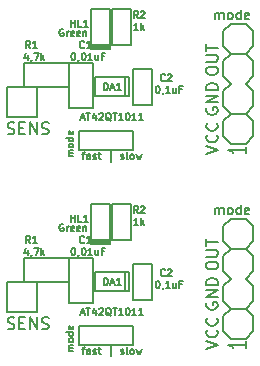
<source format=gto>
%FSLAX45Y45*%
G04 Gerber Fmt 4.5, Leading zero omitted, Abs format (unit mm)*
G04 Created by KiCad (PCBNEW (2014-07-12 BZR 4289 GOST-COMMITTERS)-product) date 15.03.2017 23:16:08*
%MOMM*%
G01*
G04 APERTURE LIST*
%ADD10C,0.150000*%
%ADD11C,0.149860*%
G04 APERTURE END LIST*
D10*
X10618943Y-9657114D02*
X10578943Y-9657114D01*
X10584657Y-9657114D02*
X10581800Y-9654257D01*
X10578943Y-9648543D01*
X10578943Y-9639971D01*
X10581800Y-9634257D01*
X10587514Y-9631400D01*
X10618943Y-9631400D01*
X10587514Y-9631400D02*
X10581800Y-9628543D01*
X10578943Y-9622829D01*
X10578943Y-9614257D01*
X10581800Y-9608543D01*
X10587514Y-9605686D01*
X10618943Y-9605686D01*
X10618943Y-9568543D02*
X10616086Y-9574257D01*
X10613229Y-9577114D01*
X10607514Y-9579971D01*
X10590371Y-9579971D01*
X10584657Y-9577114D01*
X10581800Y-9574257D01*
X10578943Y-9568543D01*
X10578943Y-9559971D01*
X10581800Y-9554257D01*
X10584657Y-9551400D01*
X10590371Y-9548543D01*
X10607514Y-9548543D01*
X10613229Y-9551400D01*
X10616086Y-9554257D01*
X10618943Y-9559971D01*
X10618943Y-9568543D01*
X10618943Y-9497114D02*
X10558943Y-9497114D01*
X10616086Y-9497114D02*
X10618943Y-9502829D01*
X10618943Y-9514257D01*
X10616086Y-9519971D01*
X10613229Y-9522829D01*
X10607514Y-9525686D01*
X10590371Y-9525686D01*
X10584657Y-9522829D01*
X10581800Y-9519971D01*
X10578943Y-9514257D01*
X10578943Y-9502829D01*
X10581800Y-9497114D01*
X10616086Y-9445686D02*
X10618943Y-9451400D01*
X10618943Y-9462829D01*
X10616086Y-9468543D01*
X10610371Y-9471400D01*
X10587514Y-9471400D01*
X10581800Y-9468543D01*
X10578943Y-9462829D01*
X10578943Y-9451400D01*
X10581800Y-9445686D01*
X10587514Y-9442829D01*
X10593229Y-9442829D01*
X10598943Y-9471400D01*
X10618943Y-11307114D02*
X10578943Y-11307114D01*
X10584657Y-11307114D02*
X10581800Y-11304257D01*
X10578943Y-11298543D01*
X10578943Y-11289971D01*
X10581800Y-11284257D01*
X10587514Y-11281400D01*
X10618943Y-11281400D01*
X10587514Y-11281400D02*
X10581800Y-11278543D01*
X10578943Y-11272829D01*
X10578943Y-11264257D01*
X10581800Y-11258543D01*
X10587514Y-11255686D01*
X10618943Y-11255686D01*
X10618943Y-11218543D02*
X10616086Y-11224257D01*
X10613229Y-11227114D01*
X10607514Y-11229971D01*
X10590371Y-11229971D01*
X10584657Y-11227114D01*
X10581800Y-11224257D01*
X10578943Y-11218543D01*
X10578943Y-11209971D01*
X10581800Y-11204257D01*
X10584657Y-11201400D01*
X10590371Y-11198543D01*
X10607514Y-11198543D01*
X10613229Y-11201400D01*
X10616086Y-11204257D01*
X10618943Y-11209971D01*
X10618943Y-11218543D01*
X10618943Y-11147114D02*
X10558943Y-11147114D01*
X10616086Y-11147114D02*
X10618943Y-11152829D01*
X10618943Y-11164257D01*
X10616086Y-11169971D01*
X10613229Y-11172829D01*
X10607514Y-11175686D01*
X10590371Y-11175686D01*
X10584657Y-11172829D01*
X10581800Y-11169971D01*
X10578943Y-11164257D01*
X10578943Y-11152829D01*
X10581800Y-11147114D01*
X10616086Y-11095686D02*
X10618943Y-11101400D01*
X10618943Y-11112829D01*
X10616086Y-11118543D01*
X10610371Y-11121400D01*
X10587514Y-11121400D01*
X10581800Y-11118543D01*
X10578943Y-11112829D01*
X10578943Y-11101400D01*
X10581800Y-11095686D01*
X10587514Y-11092829D01*
X10593229Y-11092829D01*
X10598943Y-11121400D01*
X11887200Y-8725900D02*
X11950700Y-8789400D01*
X11950700Y-8535400D02*
X11887200Y-8598900D01*
X12141200Y-8598900D02*
X12077700Y-8535400D01*
X12141200Y-8725900D02*
X12077700Y-8789400D01*
X12077700Y-8789400D02*
X11950700Y-8789400D01*
X12077700Y-8535400D02*
X11950700Y-8535400D01*
X12141200Y-8598900D02*
X12141200Y-8725900D01*
X11887200Y-8598900D02*
X11887200Y-8725900D01*
X11023600Y-8710800D02*
X10943600Y-8710800D01*
X10943600Y-8710800D02*
X10943600Y-8410800D01*
X10943600Y-8410800D02*
X11103600Y-8410800D01*
X11103600Y-8410800D02*
X11103600Y-8710800D01*
X11103600Y-8710800D02*
X11023600Y-8710800D01*
X10201800Y-8967200D02*
X10201800Y-8867200D01*
X10201800Y-8867200D02*
X10581800Y-8867200D01*
X10581800Y-8867200D02*
X10581800Y-9067200D01*
X10581800Y-9067200D02*
X10201800Y-9067200D01*
X10201800Y-9067200D02*
X10201800Y-8947200D01*
X10925800Y-8730800D02*
X10925800Y-8750800D01*
X10925800Y-8750800D02*
X10765800Y-8750800D01*
X10765800Y-8750800D02*
X10765800Y-8730800D01*
X10925800Y-8710800D02*
X10925800Y-8725800D01*
X10925800Y-8725800D02*
X10765800Y-8725800D01*
X10765800Y-8725800D02*
X10765800Y-8710800D01*
X10765800Y-8710800D02*
X10765800Y-8735800D01*
X10765800Y-8735800D02*
X10925800Y-8735800D01*
X10925800Y-8735800D02*
X10925800Y-8725800D01*
X10845800Y-8410800D02*
X10925800Y-8410800D01*
X10925800Y-8410800D02*
X10925800Y-8710800D01*
X10925800Y-8710800D02*
X10765800Y-8710800D01*
X10765800Y-8710800D02*
X10765800Y-8410800D01*
X10765800Y-8410800D02*
X10855800Y-8410800D01*
X10666600Y-9526000D02*
X10666600Y-9446000D01*
X10666600Y-9446000D02*
X11126600Y-9446000D01*
X11126600Y-9446000D02*
X11126600Y-9606000D01*
X11126600Y-9606000D02*
X10666600Y-9606000D01*
X10666600Y-9606000D02*
X10666600Y-9526000D01*
X10312400Y-9322800D02*
X10058400Y-9322800D01*
X10058400Y-9068800D02*
X10312400Y-9068800D01*
X10312400Y-9068800D02*
X10312400Y-9322800D01*
X10058400Y-9322800D02*
X10058400Y-9068800D01*
X11057400Y-8988800D02*
X11057400Y-9148800D01*
D11*
X11092434Y-8988790D02*
X11092434Y-9148810D01*
X11092434Y-9148810D02*
X10802366Y-9148810D01*
X10802366Y-9148810D02*
X10802366Y-8988790D01*
X10802366Y-8988790D02*
X11092434Y-8988790D01*
D10*
X11201400Y-9218800D02*
X11121400Y-9218800D01*
X11121400Y-9218800D02*
X11121400Y-8918800D01*
X11121400Y-8918800D02*
X11281400Y-8918800D01*
X11281400Y-8918800D02*
X11281400Y-9218800D01*
X11281400Y-9218800D02*
X11201400Y-9218800D01*
X10785600Y-8865600D02*
X10785600Y-9245600D01*
X10785600Y-9245600D02*
X10585600Y-9245600D01*
X10585600Y-9245600D02*
X10585600Y-8865600D01*
X10585600Y-8865600D02*
X10785600Y-8865600D01*
X12141200Y-8979900D02*
X12077700Y-9043400D01*
X11950700Y-8789400D02*
X11887200Y-8852900D01*
X11887200Y-8979900D02*
X11950700Y-9043400D01*
X12141200Y-8852900D02*
X12141200Y-8979900D01*
X11887200Y-8852900D02*
X11887200Y-8979900D01*
X11950700Y-8789400D02*
X12077700Y-8789400D01*
X12077700Y-8789400D02*
X12141200Y-8852900D01*
X12077700Y-9043400D02*
X12141200Y-9106900D01*
X11887200Y-9106900D02*
X11887200Y-9233900D01*
X12141200Y-9106900D02*
X12141200Y-9233900D01*
X11887200Y-9233900D02*
X11950700Y-9297400D01*
X11950700Y-9043400D02*
X11887200Y-9106900D01*
X12141200Y-9233900D02*
X12077700Y-9297400D01*
X12141200Y-9487900D02*
X12077700Y-9551400D01*
X11950700Y-9297400D02*
X11887200Y-9360900D01*
X11887200Y-9487900D02*
X11950700Y-9551400D01*
X12077700Y-9551400D02*
X11950700Y-9551400D01*
X12141200Y-9360900D02*
X12141200Y-9487900D01*
X11887200Y-9360900D02*
X11887200Y-9487900D01*
X11950700Y-9297400D02*
X12077700Y-9297400D01*
X12077700Y-9297400D02*
X12141200Y-9360900D01*
X12141200Y-10629900D02*
X12077700Y-10693400D01*
X11950700Y-10439400D02*
X11887200Y-10502900D01*
X11887200Y-10629900D02*
X11950700Y-10693400D01*
X12141200Y-10502900D02*
X12141200Y-10629900D01*
X11887200Y-10502900D02*
X11887200Y-10629900D01*
X11950700Y-10439400D02*
X12077700Y-10439400D01*
X12077700Y-10439400D02*
X12141200Y-10502900D01*
X12077700Y-10693400D02*
X12141200Y-10756900D01*
X11887200Y-10756900D02*
X11887200Y-10883900D01*
X12141200Y-10756900D02*
X12141200Y-10883900D01*
X11887200Y-10883900D02*
X11950700Y-10947400D01*
X11950700Y-10693400D02*
X11887200Y-10756900D01*
X12141200Y-10883900D02*
X12077700Y-10947400D01*
X12141200Y-11137900D02*
X12077700Y-11201400D01*
X11950700Y-10947400D02*
X11887200Y-11010900D01*
X11887200Y-11137900D02*
X11950700Y-11201400D01*
X12077700Y-11201400D02*
X11950700Y-11201400D01*
X12141200Y-11010900D02*
X12141200Y-11137900D01*
X11887200Y-11010900D02*
X11887200Y-11137900D01*
X11950700Y-10947400D02*
X12077700Y-10947400D01*
X12077700Y-10947400D02*
X12141200Y-11010900D01*
X10785600Y-10515600D02*
X10785600Y-10895600D01*
X10785600Y-10895600D02*
X10585600Y-10895600D01*
X10585600Y-10895600D02*
X10585600Y-10515600D01*
X10585600Y-10515600D02*
X10785600Y-10515600D01*
X11201400Y-10868800D02*
X11121400Y-10868800D01*
X11121400Y-10868800D02*
X11121400Y-10568800D01*
X11121400Y-10568800D02*
X11281400Y-10568800D01*
X11281400Y-10568800D02*
X11281400Y-10868800D01*
X11281400Y-10868800D02*
X11201400Y-10868800D01*
X11057400Y-10638800D02*
X11057400Y-10798800D01*
D11*
X11092434Y-10638790D02*
X11092434Y-10798810D01*
X11092434Y-10798810D02*
X10802366Y-10798810D01*
X10802366Y-10798810D02*
X10802366Y-10638790D01*
X10802366Y-10638790D02*
X11092434Y-10638790D01*
D10*
X10312400Y-10972800D02*
X10058400Y-10972800D01*
X10058400Y-10718800D02*
X10312400Y-10718800D01*
X10312400Y-10718800D02*
X10312400Y-10972800D01*
X10058400Y-10972800D02*
X10058400Y-10718800D01*
X10666600Y-11176000D02*
X10666600Y-11096000D01*
X10666600Y-11096000D02*
X11126600Y-11096000D01*
X11126600Y-11096000D02*
X11126600Y-11256000D01*
X11126600Y-11256000D02*
X10666600Y-11256000D01*
X10666600Y-11256000D02*
X10666600Y-11176000D01*
X10925800Y-10380800D02*
X10925800Y-10400800D01*
X10925800Y-10400800D02*
X10765800Y-10400800D01*
X10765800Y-10400800D02*
X10765800Y-10380800D01*
X10925800Y-10360800D02*
X10925800Y-10375800D01*
X10925800Y-10375800D02*
X10765800Y-10375800D01*
X10765800Y-10375800D02*
X10765800Y-10360800D01*
X10765800Y-10360800D02*
X10765800Y-10385800D01*
X10765800Y-10385800D02*
X10925800Y-10385800D01*
X10925800Y-10385800D02*
X10925800Y-10375800D01*
X10845800Y-10060800D02*
X10925800Y-10060800D01*
X10925800Y-10060800D02*
X10925800Y-10360800D01*
X10925800Y-10360800D02*
X10765800Y-10360800D01*
X10765800Y-10360800D02*
X10765800Y-10060800D01*
X10765800Y-10060800D02*
X10855800Y-10060800D01*
X10201800Y-10617200D02*
X10201800Y-10517200D01*
X10201800Y-10517200D02*
X10581800Y-10517200D01*
X10581800Y-10517200D02*
X10581800Y-10717200D01*
X10581800Y-10717200D02*
X10201800Y-10717200D01*
X10201800Y-10717200D02*
X10201800Y-10597200D01*
X11023600Y-10360800D02*
X10943600Y-10360800D01*
X10943600Y-10360800D02*
X10943600Y-10060800D01*
X10943600Y-10060800D02*
X11103600Y-10060800D01*
X11103600Y-10060800D02*
X11103600Y-10360800D01*
X11103600Y-10360800D02*
X11023600Y-10360800D01*
X11887200Y-10375900D02*
X11950700Y-10439400D01*
X11950700Y-10185400D02*
X11887200Y-10248900D01*
X12141200Y-10248900D02*
X12077700Y-10185400D01*
X12141200Y-10375900D02*
X12077700Y-10439400D01*
X12077700Y-10439400D02*
X11950700Y-10439400D01*
X12077700Y-10185400D02*
X11950700Y-10185400D01*
X12141200Y-10248900D02*
X12141200Y-10375900D01*
X11887200Y-10248900D02*
X11887200Y-10375900D01*
X11822448Y-8495391D02*
X11822448Y-8442057D01*
X11822448Y-8449676D02*
X11826257Y-8445867D01*
X11833876Y-8442057D01*
X11845305Y-8442057D01*
X11852924Y-8445867D01*
X11856733Y-8453486D01*
X11856733Y-8495391D01*
X11856733Y-8453486D02*
X11860543Y-8445867D01*
X11868162Y-8442057D01*
X11879590Y-8442057D01*
X11887209Y-8445867D01*
X11891019Y-8453486D01*
X11891019Y-8495391D01*
X11940543Y-8495391D02*
X11932924Y-8491581D01*
X11929114Y-8487771D01*
X11925305Y-8480152D01*
X11925305Y-8457295D01*
X11929114Y-8449676D01*
X11932924Y-8445867D01*
X11940543Y-8442057D01*
X11951971Y-8442057D01*
X11959590Y-8445867D01*
X11963400Y-8449676D01*
X11967210Y-8457295D01*
X11967210Y-8480152D01*
X11963400Y-8487771D01*
X11959590Y-8491581D01*
X11951971Y-8495391D01*
X11940543Y-8495391D01*
X12035781Y-8495391D02*
X12035781Y-8415391D01*
X12035781Y-8491581D02*
X12028162Y-8495391D01*
X12012924Y-8495391D01*
X12005305Y-8491581D01*
X12001495Y-8487771D01*
X11997686Y-8480152D01*
X11997686Y-8457295D01*
X12001495Y-8449676D01*
X12005305Y-8445867D01*
X12012924Y-8442057D01*
X12028162Y-8442057D01*
X12035781Y-8445867D01*
X12104352Y-8491581D02*
X12096733Y-8495391D01*
X12081495Y-8495391D01*
X12073876Y-8491581D01*
X12070067Y-8483962D01*
X12070067Y-8453486D01*
X12073876Y-8445867D01*
X12081495Y-8442057D01*
X12096733Y-8442057D01*
X12104352Y-8445867D01*
X12108162Y-8453486D01*
X12108162Y-8461105D01*
X12070067Y-8468724D01*
X11166000Y-8486343D02*
X11146000Y-8457771D01*
X11131714Y-8486343D02*
X11131714Y-8426343D01*
X11154572Y-8426343D01*
X11160286Y-8429200D01*
X11163143Y-8432057D01*
X11166000Y-8437771D01*
X11166000Y-8446343D01*
X11163143Y-8452057D01*
X11160286Y-8454914D01*
X11154572Y-8457771D01*
X11131714Y-8457771D01*
X11188857Y-8432057D02*
X11191714Y-8429200D01*
X11197429Y-8426343D01*
X11211714Y-8426343D01*
X11217429Y-8429200D01*
X11220286Y-8432057D01*
X11223143Y-8437771D01*
X11223143Y-8443486D01*
X11220286Y-8452057D01*
X11186000Y-8486343D01*
X11223143Y-8486343D01*
X11168857Y-8587943D02*
X11134572Y-8587943D01*
X11151714Y-8587943D02*
X11151714Y-8527943D01*
X11146000Y-8536514D01*
X11140286Y-8542229D01*
X11134572Y-8545086D01*
X11194571Y-8587943D02*
X11194571Y-8527943D01*
X11200286Y-8565086D02*
X11217429Y-8587943D01*
X11217429Y-8547943D02*
X11194571Y-8570800D01*
X10251590Y-8740343D02*
X10231590Y-8711771D01*
X10217304Y-8740343D02*
X10217304Y-8680343D01*
X10240162Y-8680343D01*
X10245876Y-8683200D01*
X10248733Y-8686057D01*
X10251590Y-8691771D01*
X10251590Y-8700343D01*
X10248733Y-8706057D01*
X10245876Y-8708914D01*
X10240162Y-8711771D01*
X10217304Y-8711771D01*
X10308733Y-8740343D02*
X10274447Y-8740343D01*
X10291590Y-8740343D02*
X10291590Y-8680343D01*
X10285876Y-8688914D01*
X10280162Y-8694629D01*
X10274447Y-8697486D01*
X10231276Y-8801943D02*
X10231276Y-8841943D01*
X10216990Y-8779086D02*
X10202704Y-8821943D01*
X10239847Y-8821943D01*
X10265562Y-8839086D02*
X10265562Y-8841943D01*
X10262704Y-8847657D01*
X10259847Y-8850514D01*
X10285561Y-8781943D02*
X10325561Y-8781943D01*
X10299847Y-8841943D01*
X10348419Y-8841943D02*
X10348419Y-8781943D01*
X10354133Y-8819086D02*
X10371276Y-8841943D01*
X10371276Y-8801943D02*
X10348419Y-8824800D01*
X10598000Y-8562543D02*
X10598000Y-8502543D01*
X10598000Y-8531114D02*
X10632286Y-8531114D01*
X10632286Y-8562543D02*
X10632286Y-8502543D01*
X10689429Y-8562543D02*
X10660857Y-8562543D01*
X10660857Y-8502543D01*
X10740857Y-8562543D02*
X10706571Y-8562543D01*
X10723714Y-8562543D02*
X10723714Y-8502543D01*
X10718000Y-8511114D01*
X10712286Y-8516829D01*
X10706571Y-8519686D01*
X10535771Y-8581600D02*
X10530057Y-8578743D01*
X10521486Y-8578743D01*
X10512914Y-8581600D01*
X10507200Y-8587314D01*
X10504343Y-8593029D01*
X10501486Y-8604457D01*
X10501486Y-8613029D01*
X10504343Y-8624457D01*
X10507200Y-8630171D01*
X10512914Y-8635886D01*
X10521486Y-8638743D01*
X10527200Y-8638743D01*
X10535771Y-8635886D01*
X10538629Y-8633029D01*
X10538629Y-8613029D01*
X10527200Y-8613029D01*
X10564343Y-8638743D02*
X10564343Y-8598743D01*
X10564343Y-8610171D02*
X10567200Y-8604457D01*
X10570057Y-8601600D01*
X10575771Y-8598743D01*
X10581486Y-8598743D01*
X10624343Y-8635886D02*
X10618629Y-8638743D01*
X10607200Y-8638743D01*
X10601486Y-8635886D01*
X10598629Y-8630171D01*
X10598629Y-8607314D01*
X10601486Y-8601600D01*
X10607200Y-8598743D01*
X10618629Y-8598743D01*
X10624343Y-8601600D01*
X10627200Y-8607314D01*
X10627200Y-8613029D01*
X10598629Y-8618743D01*
X10675772Y-8635886D02*
X10670057Y-8638743D01*
X10658629Y-8638743D01*
X10652914Y-8635886D01*
X10650057Y-8630171D01*
X10650057Y-8607314D01*
X10652914Y-8601600D01*
X10658629Y-8598743D01*
X10670057Y-8598743D01*
X10675772Y-8601600D01*
X10678629Y-8607314D01*
X10678629Y-8613029D01*
X10650057Y-8618743D01*
X10704343Y-8598743D02*
X10704343Y-8638743D01*
X10704343Y-8604457D02*
X10707200Y-8601600D01*
X10712914Y-8598743D01*
X10721486Y-8598743D01*
X10727200Y-8601600D01*
X10730057Y-8607314D01*
X10730057Y-8638743D01*
X10694543Y-9640143D02*
X10717400Y-9640143D01*
X10703114Y-9680143D02*
X10703114Y-9628714D01*
X10705972Y-9623000D01*
X10711686Y-9620143D01*
X10717400Y-9620143D01*
X10763114Y-9680143D02*
X10763114Y-9648714D01*
X10760257Y-9643000D01*
X10754543Y-9640143D01*
X10743114Y-9640143D01*
X10737400Y-9643000D01*
X10763114Y-9677286D02*
X10757400Y-9680143D01*
X10743114Y-9680143D01*
X10737400Y-9677286D01*
X10734543Y-9671571D01*
X10734543Y-9665857D01*
X10737400Y-9660143D01*
X10743114Y-9657286D01*
X10757400Y-9657286D01*
X10763114Y-9654429D01*
X10788829Y-9677286D02*
X10794543Y-9680143D01*
X10805971Y-9680143D01*
X10811686Y-9677286D01*
X10814543Y-9671571D01*
X10814543Y-9668714D01*
X10811686Y-9663000D01*
X10805971Y-9660143D01*
X10797400Y-9660143D01*
X10791686Y-9657286D01*
X10788829Y-9651571D01*
X10788829Y-9648714D01*
X10791686Y-9643000D01*
X10797400Y-9640143D01*
X10805971Y-9640143D01*
X10811686Y-9643000D01*
X10831686Y-9640143D02*
X10854543Y-9640143D01*
X10840257Y-9620143D02*
X10840257Y-9671571D01*
X10843114Y-9677286D01*
X10848829Y-9680143D01*
X10854543Y-9680143D01*
X10934543Y-9700143D02*
X10934543Y-9614429D01*
X11020257Y-9677286D02*
X11025972Y-9680143D01*
X11037400Y-9680143D01*
X11043114Y-9677286D01*
X11045972Y-9671571D01*
X11045972Y-9668714D01*
X11043114Y-9663000D01*
X11037400Y-9660143D01*
X11028829Y-9660143D01*
X11023114Y-9657286D01*
X11020257Y-9651571D01*
X11020257Y-9648714D01*
X11023114Y-9643000D01*
X11028829Y-9640143D01*
X11037400Y-9640143D01*
X11043114Y-9643000D01*
X11080257Y-9680143D02*
X11074543Y-9677286D01*
X11071686Y-9671571D01*
X11071686Y-9620143D01*
X11111686Y-9680143D02*
X11105972Y-9677286D01*
X11103114Y-9674429D01*
X11100257Y-9668714D01*
X11100257Y-9651571D01*
X11103114Y-9645857D01*
X11105972Y-9643000D01*
X11111686Y-9640143D01*
X11120257Y-9640143D01*
X11125972Y-9643000D01*
X11128829Y-9645857D01*
X11131686Y-9651571D01*
X11131686Y-9668714D01*
X11128829Y-9674429D01*
X11125972Y-9677286D01*
X11120257Y-9680143D01*
X11111686Y-9680143D01*
X11151686Y-9640143D02*
X11163114Y-9680143D01*
X11174543Y-9651571D01*
X11185971Y-9680143D01*
X11197400Y-9640143D01*
X10062391Y-9464876D02*
X10076676Y-9469638D01*
X10100486Y-9469638D01*
X10110010Y-9464876D01*
X10114772Y-9460114D01*
X10119533Y-9450591D01*
X10119533Y-9441067D01*
X10114772Y-9431543D01*
X10110010Y-9426781D01*
X10100486Y-9422019D01*
X10081438Y-9417257D01*
X10071914Y-9412495D01*
X10067152Y-9407733D01*
X10062391Y-9398210D01*
X10062391Y-9388686D01*
X10067152Y-9379162D01*
X10071914Y-9374400D01*
X10081438Y-9369638D01*
X10105248Y-9369638D01*
X10119533Y-9374400D01*
X10162391Y-9417257D02*
X10195724Y-9417257D01*
X10210010Y-9469638D02*
X10162391Y-9469638D01*
X10162391Y-9369638D01*
X10210010Y-9369638D01*
X10252867Y-9469638D02*
X10252867Y-9369638D01*
X10310010Y-9469638D01*
X10310010Y-9369638D01*
X10352867Y-9464876D02*
X10367152Y-9469638D01*
X10390962Y-9469638D01*
X10400486Y-9464876D01*
X10405248Y-9460114D01*
X10410010Y-9450591D01*
X10410010Y-9441067D01*
X10405248Y-9431543D01*
X10400486Y-9426781D01*
X10390962Y-9422019D01*
X10371914Y-9417257D01*
X10362391Y-9412495D01*
X10357629Y-9407733D01*
X10352867Y-9398210D01*
X10352867Y-9388686D01*
X10357629Y-9379162D01*
X10362391Y-9374400D01*
X10371914Y-9369638D01*
X10395724Y-9369638D01*
X10410010Y-9374400D01*
X10877400Y-9095943D02*
X10877400Y-9035943D01*
X10891686Y-9035943D01*
X10900257Y-9038800D01*
X10905971Y-9044514D01*
X10908829Y-9050229D01*
X10911686Y-9061657D01*
X10911686Y-9070229D01*
X10908829Y-9081657D01*
X10905971Y-9087371D01*
X10900257Y-9093086D01*
X10891686Y-9095943D01*
X10877400Y-9095943D01*
X10934543Y-9078800D02*
X10963114Y-9078800D01*
X10928829Y-9095943D02*
X10948829Y-9035943D01*
X10968829Y-9095943D01*
X11020257Y-9095943D02*
X10985972Y-9095943D01*
X11003114Y-9095943D02*
X11003114Y-9035943D01*
X10997400Y-9044514D01*
X10991686Y-9050229D01*
X10985972Y-9053086D01*
X10684543Y-9332800D02*
X10713114Y-9332800D01*
X10678829Y-9349943D02*
X10698829Y-9289943D01*
X10718829Y-9349943D01*
X10730257Y-9289943D02*
X10764543Y-9289943D01*
X10747400Y-9349943D02*
X10747400Y-9289943D01*
X10810257Y-9309943D02*
X10810257Y-9349943D01*
X10795971Y-9287086D02*
X10781686Y-9329943D01*
X10818829Y-9329943D01*
X10838829Y-9295657D02*
X10841686Y-9292800D01*
X10847400Y-9289943D01*
X10861686Y-9289943D01*
X10867400Y-9292800D01*
X10870257Y-9295657D01*
X10873114Y-9301371D01*
X10873114Y-9307086D01*
X10870257Y-9315657D01*
X10835971Y-9349943D01*
X10873114Y-9349943D01*
X10938829Y-9355657D02*
X10933114Y-9352800D01*
X10927400Y-9347086D01*
X10918829Y-9338514D01*
X10913114Y-9335657D01*
X10907400Y-9335657D01*
X10910257Y-9349943D02*
X10904543Y-9347086D01*
X10898829Y-9341371D01*
X10895972Y-9329943D01*
X10895972Y-9309943D01*
X10898829Y-9298514D01*
X10904543Y-9292800D01*
X10910257Y-9289943D01*
X10921686Y-9289943D01*
X10927400Y-9292800D01*
X10933114Y-9298514D01*
X10935972Y-9309943D01*
X10935972Y-9329943D01*
X10933114Y-9341371D01*
X10927400Y-9347086D01*
X10921686Y-9349943D01*
X10910257Y-9349943D01*
X10953114Y-9289943D02*
X10987400Y-9289943D01*
X10970257Y-9349943D02*
X10970257Y-9289943D01*
X11038829Y-9349943D02*
X11004543Y-9349943D01*
X11021686Y-9349943D02*
X11021686Y-9289943D01*
X11015971Y-9298514D01*
X11010257Y-9304229D01*
X11004543Y-9307086D01*
X11075972Y-9289943D02*
X11081686Y-9289943D01*
X11087400Y-9292800D01*
X11090257Y-9295657D01*
X11093114Y-9301371D01*
X11095972Y-9312800D01*
X11095972Y-9327086D01*
X11093114Y-9338514D01*
X11090257Y-9344229D01*
X11087400Y-9347086D01*
X11081686Y-9349943D01*
X11075972Y-9349943D01*
X11070257Y-9347086D01*
X11067400Y-9344229D01*
X11064543Y-9338514D01*
X11061686Y-9327086D01*
X11061686Y-9312800D01*
X11064543Y-9301371D01*
X11067400Y-9295657D01*
X11070257Y-9292800D01*
X11075972Y-9289943D01*
X11153114Y-9349943D02*
X11118829Y-9349943D01*
X11135972Y-9349943D02*
X11135972Y-9289943D01*
X11130257Y-9298514D01*
X11124543Y-9304229D01*
X11118829Y-9307086D01*
X11210257Y-9349943D02*
X11175972Y-9349943D01*
X11193114Y-9349943D02*
X11193114Y-9289943D01*
X11187400Y-9298514D01*
X11181686Y-9304229D01*
X11175972Y-9307086D01*
X11394600Y-9014029D02*
X11391743Y-9016886D01*
X11383171Y-9019743D01*
X11377457Y-9019743D01*
X11368886Y-9016886D01*
X11363171Y-9011171D01*
X11360314Y-9005457D01*
X11357457Y-8994029D01*
X11357457Y-8985457D01*
X11360314Y-8974029D01*
X11363171Y-8968314D01*
X11368886Y-8962600D01*
X11377457Y-8959743D01*
X11383171Y-8959743D01*
X11391743Y-8962600D01*
X11394600Y-8965457D01*
X11417457Y-8965457D02*
X11420314Y-8962600D01*
X11426029Y-8959743D01*
X11440314Y-8959743D01*
X11446029Y-8962600D01*
X11448886Y-8965457D01*
X11451743Y-8971171D01*
X11451743Y-8976886D01*
X11448886Y-8985457D01*
X11414600Y-9019743D01*
X11451743Y-9019743D01*
X11331429Y-9061343D02*
X11337143Y-9061343D01*
X11342857Y-9064200D01*
X11345714Y-9067057D01*
X11348571Y-9072771D01*
X11351429Y-9084200D01*
X11351429Y-9098486D01*
X11348571Y-9109914D01*
X11345714Y-9115629D01*
X11342857Y-9118486D01*
X11337143Y-9121343D01*
X11331429Y-9121343D01*
X11325714Y-9118486D01*
X11322857Y-9115629D01*
X11320000Y-9109914D01*
X11317143Y-9098486D01*
X11317143Y-9084200D01*
X11320000Y-9072771D01*
X11322857Y-9067057D01*
X11325714Y-9064200D01*
X11331429Y-9061343D01*
X11380000Y-9118486D02*
X11380000Y-9121343D01*
X11377143Y-9127057D01*
X11374286Y-9129914D01*
X11437143Y-9121343D02*
X11402857Y-9121343D01*
X11420000Y-9121343D02*
X11420000Y-9061343D01*
X11414286Y-9069914D01*
X11408571Y-9075629D01*
X11402857Y-9078486D01*
X11488571Y-9081343D02*
X11488571Y-9121343D01*
X11462857Y-9081343D02*
X11462857Y-9112771D01*
X11465714Y-9118486D01*
X11471429Y-9121343D01*
X11480000Y-9121343D01*
X11485714Y-9118486D01*
X11488571Y-9115629D01*
X11537143Y-9089914D02*
X11517143Y-9089914D01*
X11517143Y-9121343D02*
X11517143Y-9061343D01*
X11545714Y-9061343D01*
X10708800Y-8734629D02*
X10705943Y-8737486D01*
X10697372Y-8740343D01*
X10691657Y-8740343D01*
X10683086Y-8737486D01*
X10677372Y-8731771D01*
X10674514Y-8726057D01*
X10671657Y-8714629D01*
X10671657Y-8706057D01*
X10674514Y-8694629D01*
X10677372Y-8688914D01*
X10683086Y-8683200D01*
X10691657Y-8680343D01*
X10697372Y-8680343D01*
X10705943Y-8683200D01*
X10708800Y-8686057D01*
X10765943Y-8740343D02*
X10731657Y-8740343D01*
X10748800Y-8740343D02*
X10748800Y-8680343D01*
X10743086Y-8688914D01*
X10737372Y-8694629D01*
X10731657Y-8697486D01*
X10617057Y-8781943D02*
X10622771Y-8781943D01*
X10628486Y-8784800D01*
X10631343Y-8787657D01*
X10634200Y-8793371D01*
X10637057Y-8804800D01*
X10637057Y-8819086D01*
X10634200Y-8830514D01*
X10631343Y-8836229D01*
X10628486Y-8839086D01*
X10622771Y-8841943D01*
X10617057Y-8841943D01*
X10611343Y-8839086D01*
X10608486Y-8836229D01*
X10605629Y-8830514D01*
X10602771Y-8819086D01*
X10602771Y-8804800D01*
X10605629Y-8793371D01*
X10608486Y-8787657D01*
X10611343Y-8784800D01*
X10617057Y-8781943D01*
X10665629Y-8839086D02*
X10665629Y-8841943D01*
X10662771Y-8847657D01*
X10659914Y-8850514D01*
X10702771Y-8781943D02*
X10708486Y-8781943D01*
X10714200Y-8784800D01*
X10717057Y-8787657D01*
X10719914Y-8793371D01*
X10722771Y-8804800D01*
X10722771Y-8819086D01*
X10719914Y-8830514D01*
X10717057Y-8836229D01*
X10714200Y-8839086D01*
X10708486Y-8841943D01*
X10702771Y-8841943D01*
X10697057Y-8839086D01*
X10694200Y-8836229D01*
X10691343Y-8830514D01*
X10688486Y-8819086D01*
X10688486Y-8804800D01*
X10691343Y-8793371D01*
X10694200Y-8787657D01*
X10697057Y-8784800D01*
X10702771Y-8781943D01*
X10779914Y-8841943D02*
X10745629Y-8841943D01*
X10762771Y-8841943D02*
X10762771Y-8781943D01*
X10757057Y-8790514D01*
X10751343Y-8796229D01*
X10745629Y-8799086D01*
X10831343Y-8801943D02*
X10831343Y-8841943D01*
X10805629Y-8801943D02*
X10805629Y-8833371D01*
X10808486Y-8839086D01*
X10814200Y-8841943D01*
X10822772Y-8841943D01*
X10828486Y-8839086D01*
X10831343Y-8836229D01*
X10879914Y-8810514D02*
X10859914Y-8810514D01*
X10859914Y-8841943D02*
X10859914Y-8781943D01*
X10888486Y-8781943D01*
X12082057Y-9573629D02*
X12082057Y-9630771D01*
X12082057Y-9602200D02*
X11932057Y-9602200D01*
X11953486Y-9611724D01*
X11967771Y-9621248D01*
X11974914Y-9630771D01*
X11743538Y-9633933D02*
X11843538Y-9600600D01*
X11743538Y-9567267D01*
X11834014Y-9476790D02*
X11838776Y-9481552D01*
X11843538Y-9495838D01*
X11843538Y-9505362D01*
X11838776Y-9519648D01*
X11829252Y-9529171D01*
X11819729Y-9533933D01*
X11800681Y-9538695D01*
X11786395Y-9538695D01*
X11767348Y-9533933D01*
X11757824Y-9529171D01*
X11748300Y-9519648D01*
X11743538Y-9505362D01*
X11743538Y-9495838D01*
X11748300Y-9481552D01*
X11753062Y-9476790D01*
X11834014Y-9376790D02*
X11838776Y-9381552D01*
X11843538Y-9395838D01*
X11843538Y-9405362D01*
X11838776Y-9419648D01*
X11829252Y-9429171D01*
X11819729Y-9433933D01*
X11800681Y-9438695D01*
X11786395Y-9438695D01*
X11767348Y-9433933D01*
X11757824Y-9429171D01*
X11748300Y-9419648D01*
X11743538Y-9405362D01*
X11743538Y-9395838D01*
X11748300Y-9381552D01*
X11753062Y-9376790D01*
X11748300Y-9246590D02*
X11743538Y-9256114D01*
X11743538Y-9270400D01*
X11748300Y-9284686D01*
X11757824Y-9294210D01*
X11767348Y-9298971D01*
X11786395Y-9303733D01*
X11800681Y-9303733D01*
X11819729Y-9298971D01*
X11829252Y-9294210D01*
X11838776Y-9284686D01*
X11843538Y-9270400D01*
X11843538Y-9260876D01*
X11838776Y-9246590D01*
X11834014Y-9241829D01*
X11800681Y-9241829D01*
X11800681Y-9260876D01*
X11843538Y-9198971D02*
X11743538Y-9198971D01*
X11843538Y-9141829D01*
X11743538Y-9141829D01*
X11843538Y-9094210D02*
X11743538Y-9094210D01*
X11743538Y-9070400D01*
X11748300Y-9056114D01*
X11757824Y-9046590D01*
X11767348Y-9041829D01*
X11786395Y-9037067D01*
X11800681Y-9037067D01*
X11819729Y-9041829D01*
X11829252Y-9046590D01*
X11838776Y-9056114D01*
X11843538Y-9070400D01*
X11843538Y-9094210D01*
X11743538Y-8940200D02*
X11743538Y-8921152D01*
X11748300Y-8911629D01*
X11757824Y-8902105D01*
X11776871Y-8897343D01*
X11810205Y-8897343D01*
X11829252Y-8902105D01*
X11838776Y-8911629D01*
X11843538Y-8921152D01*
X11843538Y-8940200D01*
X11838776Y-8949724D01*
X11829252Y-8959248D01*
X11810205Y-8964010D01*
X11776871Y-8964010D01*
X11757824Y-8959248D01*
X11748300Y-8949724D01*
X11743538Y-8940200D01*
X11743538Y-8854486D02*
X11824490Y-8854486D01*
X11834014Y-8849724D01*
X11838776Y-8844962D01*
X11843538Y-8835438D01*
X11843538Y-8816390D01*
X11838776Y-8806867D01*
X11834014Y-8802105D01*
X11824490Y-8797343D01*
X11743538Y-8797343D01*
X11743538Y-8764010D02*
X11743538Y-8706867D01*
X11843538Y-8735438D02*
X11743538Y-8735438D01*
X12082057Y-11223628D02*
X12082057Y-11280771D01*
X12082057Y-11252200D02*
X11932057Y-11252200D01*
X11953486Y-11261724D01*
X11967771Y-11271248D01*
X11974914Y-11280771D01*
X11743538Y-11283933D02*
X11843538Y-11250600D01*
X11743538Y-11217267D01*
X11834014Y-11126790D02*
X11838776Y-11131552D01*
X11843538Y-11145838D01*
X11843538Y-11155362D01*
X11838776Y-11169648D01*
X11829252Y-11179171D01*
X11819729Y-11183933D01*
X11800681Y-11188695D01*
X11786395Y-11188695D01*
X11767348Y-11183933D01*
X11757824Y-11179171D01*
X11748300Y-11169648D01*
X11743538Y-11155362D01*
X11743538Y-11145838D01*
X11748300Y-11131552D01*
X11753062Y-11126790D01*
X11834014Y-11026790D02*
X11838776Y-11031552D01*
X11843538Y-11045838D01*
X11843538Y-11055362D01*
X11838776Y-11069648D01*
X11829252Y-11079171D01*
X11819729Y-11083933D01*
X11800681Y-11088695D01*
X11786395Y-11088695D01*
X11767348Y-11083933D01*
X11757824Y-11079171D01*
X11748300Y-11069648D01*
X11743538Y-11055362D01*
X11743538Y-11045838D01*
X11748300Y-11031552D01*
X11753062Y-11026790D01*
X11748300Y-10896590D02*
X11743538Y-10906114D01*
X11743538Y-10920400D01*
X11748300Y-10934686D01*
X11757824Y-10944210D01*
X11767348Y-10948971D01*
X11786395Y-10953733D01*
X11800681Y-10953733D01*
X11819729Y-10948971D01*
X11829252Y-10944210D01*
X11838776Y-10934686D01*
X11843538Y-10920400D01*
X11843538Y-10910876D01*
X11838776Y-10896590D01*
X11834014Y-10891829D01*
X11800681Y-10891829D01*
X11800681Y-10910876D01*
X11843538Y-10848971D02*
X11743538Y-10848971D01*
X11843538Y-10791829D01*
X11743538Y-10791829D01*
X11843538Y-10744210D02*
X11743538Y-10744210D01*
X11743538Y-10720400D01*
X11748300Y-10706114D01*
X11757824Y-10696590D01*
X11767348Y-10691829D01*
X11786395Y-10687067D01*
X11800681Y-10687067D01*
X11819729Y-10691829D01*
X11829252Y-10696590D01*
X11838776Y-10706114D01*
X11843538Y-10720400D01*
X11843538Y-10744210D01*
X11743538Y-10590200D02*
X11743538Y-10571152D01*
X11748300Y-10561629D01*
X11757824Y-10552105D01*
X11776871Y-10547343D01*
X11810205Y-10547343D01*
X11829252Y-10552105D01*
X11838776Y-10561629D01*
X11843538Y-10571152D01*
X11843538Y-10590200D01*
X11838776Y-10599724D01*
X11829252Y-10609248D01*
X11810205Y-10614010D01*
X11776871Y-10614010D01*
X11757824Y-10609248D01*
X11748300Y-10599724D01*
X11743538Y-10590200D01*
X11743538Y-10504486D02*
X11824490Y-10504486D01*
X11834014Y-10499724D01*
X11838776Y-10494962D01*
X11843538Y-10485438D01*
X11843538Y-10466390D01*
X11838776Y-10456867D01*
X11834014Y-10452105D01*
X11824490Y-10447343D01*
X11743538Y-10447343D01*
X11743538Y-10414010D02*
X11743538Y-10356867D01*
X11843538Y-10385438D02*
X11743538Y-10385438D01*
X10708800Y-10384629D02*
X10705943Y-10387486D01*
X10697372Y-10390343D01*
X10691657Y-10390343D01*
X10683086Y-10387486D01*
X10677372Y-10381771D01*
X10674514Y-10376057D01*
X10671657Y-10364629D01*
X10671657Y-10356057D01*
X10674514Y-10344629D01*
X10677372Y-10338914D01*
X10683086Y-10333200D01*
X10691657Y-10330343D01*
X10697372Y-10330343D01*
X10705943Y-10333200D01*
X10708800Y-10336057D01*
X10765943Y-10390343D02*
X10731657Y-10390343D01*
X10748800Y-10390343D02*
X10748800Y-10330343D01*
X10743086Y-10338914D01*
X10737372Y-10344629D01*
X10731657Y-10347486D01*
X10617057Y-10431943D02*
X10622771Y-10431943D01*
X10628486Y-10434800D01*
X10631343Y-10437657D01*
X10634200Y-10443371D01*
X10637057Y-10454800D01*
X10637057Y-10469086D01*
X10634200Y-10480514D01*
X10631343Y-10486229D01*
X10628486Y-10489086D01*
X10622771Y-10491943D01*
X10617057Y-10491943D01*
X10611343Y-10489086D01*
X10608486Y-10486229D01*
X10605629Y-10480514D01*
X10602771Y-10469086D01*
X10602771Y-10454800D01*
X10605629Y-10443371D01*
X10608486Y-10437657D01*
X10611343Y-10434800D01*
X10617057Y-10431943D01*
X10665629Y-10489086D02*
X10665629Y-10491943D01*
X10662771Y-10497657D01*
X10659914Y-10500514D01*
X10702771Y-10431943D02*
X10708486Y-10431943D01*
X10714200Y-10434800D01*
X10717057Y-10437657D01*
X10719914Y-10443371D01*
X10722771Y-10454800D01*
X10722771Y-10469086D01*
X10719914Y-10480514D01*
X10717057Y-10486229D01*
X10714200Y-10489086D01*
X10708486Y-10491943D01*
X10702771Y-10491943D01*
X10697057Y-10489086D01*
X10694200Y-10486229D01*
X10691343Y-10480514D01*
X10688486Y-10469086D01*
X10688486Y-10454800D01*
X10691343Y-10443371D01*
X10694200Y-10437657D01*
X10697057Y-10434800D01*
X10702771Y-10431943D01*
X10779914Y-10491943D02*
X10745629Y-10491943D01*
X10762771Y-10491943D02*
X10762771Y-10431943D01*
X10757057Y-10440514D01*
X10751343Y-10446229D01*
X10745629Y-10449086D01*
X10831343Y-10451943D02*
X10831343Y-10491943D01*
X10805629Y-10451943D02*
X10805629Y-10483371D01*
X10808486Y-10489086D01*
X10814200Y-10491943D01*
X10822772Y-10491943D01*
X10828486Y-10489086D01*
X10831343Y-10486229D01*
X10879914Y-10460514D02*
X10859914Y-10460514D01*
X10859914Y-10491943D02*
X10859914Y-10431943D01*
X10888486Y-10431943D01*
X11394600Y-10664029D02*
X11391743Y-10666886D01*
X11383171Y-10669743D01*
X11377457Y-10669743D01*
X11368886Y-10666886D01*
X11363171Y-10661171D01*
X11360314Y-10655457D01*
X11357457Y-10644029D01*
X11357457Y-10635457D01*
X11360314Y-10624029D01*
X11363171Y-10618314D01*
X11368886Y-10612600D01*
X11377457Y-10609743D01*
X11383171Y-10609743D01*
X11391743Y-10612600D01*
X11394600Y-10615457D01*
X11417457Y-10615457D02*
X11420314Y-10612600D01*
X11426029Y-10609743D01*
X11440314Y-10609743D01*
X11446029Y-10612600D01*
X11448886Y-10615457D01*
X11451743Y-10621171D01*
X11451743Y-10626886D01*
X11448886Y-10635457D01*
X11414600Y-10669743D01*
X11451743Y-10669743D01*
X11331429Y-10711343D02*
X11337143Y-10711343D01*
X11342857Y-10714200D01*
X11345714Y-10717057D01*
X11348571Y-10722771D01*
X11351429Y-10734200D01*
X11351429Y-10748486D01*
X11348571Y-10759914D01*
X11345714Y-10765629D01*
X11342857Y-10768486D01*
X11337143Y-10771343D01*
X11331429Y-10771343D01*
X11325714Y-10768486D01*
X11322857Y-10765629D01*
X11320000Y-10759914D01*
X11317143Y-10748486D01*
X11317143Y-10734200D01*
X11320000Y-10722771D01*
X11322857Y-10717057D01*
X11325714Y-10714200D01*
X11331429Y-10711343D01*
X11380000Y-10768486D02*
X11380000Y-10771343D01*
X11377143Y-10777057D01*
X11374286Y-10779914D01*
X11437143Y-10771343D02*
X11402857Y-10771343D01*
X11420000Y-10771343D02*
X11420000Y-10711343D01*
X11414286Y-10719914D01*
X11408571Y-10725629D01*
X11402857Y-10728486D01*
X11488571Y-10731343D02*
X11488571Y-10771343D01*
X11462857Y-10731343D02*
X11462857Y-10762771D01*
X11465714Y-10768486D01*
X11471429Y-10771343D01*
X11480000Y-10771343D01*
X11485714Y-10768486D01*
X11488571Y-10765629D01*
X11537143Y-10739914D02*
X11517143Y-10739914D01*
X11517143Y-10771343D02*
X11517143Y-10711343D01*
X11545714Y-10711343D01*
X10877400Y-10745943D02*
X10877400Y-10685943D01*
X10891686Y-10685943D01*
X10900257Y-10688800D01*
X10905971Y-10694514D01*
X10908829Y-10700229D01*
X10911686Y-10711657D01*
X10911686Y-10720229D01*
X10908829Y-10731657D01*
X10905971Y-10737371D01*
X10900257Y-10743086D01*
X10891686Y-10745943D01*
X10877400Y-10745943D01*
X10934543Y-10728800D02*
X10963114Y-10728800D01*
X10928829Y-10745943D02*
X10948829Y-10685943D01*
X10968829Y-10745943D01*
X11020257Y-10745943D02*
X10985972Y-10745943D01*
X11003114Y-10745943D02*
X11003114Y-10685943D01*
X10997400Y-10694514D01*
X10991686Y-10700229D01*
X10985972Y-10703086D01*
X10684543Y-10982800D02*
X10713114Y-10982800D01*
X10678829Y-10999943D02*
X10698829Y-10939943D01*
X10718829Y-10999943D01*
X10730257Y-10939943D02*
X10764543Y-10939943D01*
X10747400Y-10999943D02*
X10747400Y-10939943D01*
X10810257Y-10959943D02*
X10810257Y-10999943D01*
X10795971Y-10937086D02*
X10781686Y-10979943D01*
X10818829Y-10979943D01*
X10838829Y-10945657D02*
X10841686Y-10942800D01*
X10847400Y-10939943D01*
X10861686Y-10939943D01*
X10867400Y-10942800D01*
X10870257Y-10945657D01*
X10873114Y-10951371D01*
X10873114Y-10957086D01*
X10870257Y-10965657D01*
X10835971Y-10999943D01*
X10873114Y-10999943D01*
X10938829Y-11005657D02*
X10933114Y-11002800D01*
X10927400Y-10997086D01*
X10918829Y-10988514D01*
X10913114Y-10985657D01*
X10907400Y-10985657D01*
X10910257Y-10999943D02*
X10904543Y-10997086D01*
X10898829Y-10991371D01*
X10895972Y-10979943D01*
X10895972Y-10959943D01*
X10898829Y-10948514D01*
X10904543Y-10942800D01*
X10910257Y-10939943D01*
X10921686Y-10939943D01*
X10927400Y-10942800D01*
X10933114Y-10948514D01*
X10935972Y-10959943D01*
X10935972Y-10979943D01*
X10933114Y-10991371D01*
X10927400Y-10997086D01*
X10921686Y-10999943D01*
X10910257Y-10999943D01*
X10953114Y-10939943D02*
X10987400Y-10939943D01*
X10970257Y-10999943D02*
X10970257Y-10939943D01*
X11038829Y-10999943D02*
X11004543Y-10999943D01*
X11021686Y-10999943D02*
X11021686Y-10939943D01*
X11015971Y-10948514D01*
X11010257Y-10954229D01*
X11004543Y-10957086D01*
X11075972Y-10939943D02*
X11081686Y-10939943D01*
X11087400Y-10942800D01*
X11090257Y-10945657D01*
X11093114Y-10951371D01*
X11095972Y-10962800D01*
X11095972Y-10977086D01*
X11093114Y-10988514D01*
X11090257Y-10994229D01*
X11087400Y-10997086D01*
X11081686Y-10999943D01*
X11075972Y-10999943D01*
X11070257Y-10997086D01*
X11067400Y-10994229D01*
X11064543Y-10988514D01*
X11061686Y-10977086D01*
X11061686Y-10962800D01*
X11064543Y-10951371D01*
X11067400Y-10945657D01*
X11070257Y-10942800D01*
X11075972Y-10939943D01*
X11153114Y-10999943D02*
X11118829Y-10999943D01*
X11135972Y-10999943D02*
X11135972Y-10939943D01*
X11130257Y-10948514D01*
X11124543Y-10954229D01*
X11118829Y-10957086D01*
X11210257Y-10999943D02*
X11175972Y-10999943D01*
X11193114Y-10999943D02*
X11193114Y-10939943D01*
X11187400Y-10948514D01*
X11181686Y-10954229D01*
X11175972Y-10957086D01*
X10062391Y-11114876D02*
X10076676Y-11119638D01*
X10100486Y-11119638D01*
X10110010Y-11114876D01*
X10114772Y-11110114D01*
X10119533Y-11100591D01*
X10119533Y-11091067D01*
X10114772Y-11081543D01*
X10110010Y-11076781D01*
X10100486Y-11072019D01*
X10081438Y-11067257D01*
X10071914Y-11062495D01*
X10067152Y-11057733D01*
X10062391Y-11048210D01*
X10062391Y-11038686D01*
X10067152Y-11029162D01*
X10071914Y-11024400D01*
X10081438Y-11019638D01*
X10105248Y-11019638D01*
X10119533Y-11024400D01*
X10162391Y-11067257D02*
X10195724Y-11067257D01*
X10210010Y-11119638D02*
X10162391Y-11119638D01*
X10162391Y-11019638D01*
X10210010Y-11019638D01*
X10252867Y-11119638D02*
X10252867Y-11019638D01*
X10310010Y-11119638D01*
X10310010Y-11019638D01*
X10352867Y-11114876D02*
X10367152Y-11119638D01*
X10390962Y-11119638D01*
X10400486Y-11114876D01*
X10405248Y-11110114D01*
X10410010Y-11100591D01*
X10410010Y-11091067D01*
X10405248Y-11081543D01*
X10400486Y-11076781D01*
X10390962Y-11072019D01*
X10371914Y-11067257D01*
X10362391Y-11062495D01*
X10357629Y-11057733D01*
X10352867Y-11048210D01*
X10352867Y-11038686D01*
X10357629Y-11029162D01*
X10362391Y-11024400D01*
X10371914Y-11019638D01*
X10395724Y-11019638D01*
X10410010Y-11024400D01*
X10694543Y-11290143D02*
X10717400Y-11290143D01*
X10703114Y-11330143D02*
X10703114Y-11278714D01*
X10705972Y-11273000D01*
X10711686Y-11270143D01*
X10717400Y-11270143D01*
X10763114Y-11330143D02*
X10763114Y-11298714D01*
X10760257Y-11293000D01*
X10754543Y-11290143D01*
X10743114Y-11290143D01*
X10737400Y-11293000D01*
X10763114Y-11327286D02*
X10757400Y-11330143D01*
X10743114Y-11330143D01*
X10737400Y-11327286D01*
X10734543Y-11321571D01*
X10734543Y-11315857D01*
X10737400Y-11310143D01*
X10743114Y-11307286D01*
X10757400Y-11307286D01*
X10763114Y-11304429D01*
X10788829Y-11327286D02*
X10794543Y-11330143D01*
X10805971Y-11330143D01*
X10811686Y-11327286D01*
X10814543Y-11321571D01*
X10814543Y-11318714D01*
X10811686Y-11313000D01*
X10805971Y-11310143D01*
X10797400Y-11310143D01*
X10791686Y-11307286D01*
X10788829Y-11301571D01*
X10788829Y-11298714D01*
X10791686Y-11293000D01*
X10797400Y-11290143D01*
X10805971Y-11290143D01*
X10811686Y-11293000D01*
X10831686Y-11290143D02*
X10854543Y-11290143D01*
X10840257Y-11270143D02*
X10840257Y-11321571D01*
X10843114Y-11327286D01*
X10848829Y-11330143D01*
X10854543Y-11330143D01*
X10934543Y-11350143D02*
X10934543Y-11264429D01*
X11020257Y-11327286D02*
X11025972Y-11330143D01*
X11037400Y-11330143D01*
X11043114Y-11327286D01*
X11045972Y-11321571D01*
X11045972Y-11318714D01*
X11043114Y-11313000D01*
X11037400Y-11310143D01*
X11028829Y-11310143D01*
X11023114Y-11307286D01*
X11020257Y-11301571D01*
X11020257Y-11298714D01*
X11023114Y-11293000D01*
X11028829Y-11290143D01*
X11037400Y-11290143D01*
X11043114Y-11293000D01*
X11080257Y-11330143D02*
X11074543Y-11327286D01*
X11071686Y-11321571D01*
X11071686Y-11270143D01*
X11111686Y-11330143D02*
X11105972Y-11327286D01*
X11103114Y-11324429D01*
X11100257Y-11318714D01*
X11100257Y-11301571D01*
X11103114Y-11295857D01*
X11105972Y-11293000D01*
X11111686Y-11290143D01*
X11120257Y-11290143D01*
X11125972Y-11293000D01*
X11128829Y-11295857D01*
X11131686Y-11301571D01*
X11131686Y-11318714D01*
X11128829Y-11324429D01*
X11125972Y-11327286D01*
X11120257Y-11330143D01*
X11111686Y-11330143D01*
X11151686Y-11290143D02*
X11163114Y-11330143D01*
X11174543Y-11301571D01*
X11185971Y-11330143D01*
X11197400Y-11290143D01*
X10598000Y-10212543D02*
X10598000Y-10152543D01*
X10598000Y-10181114D02*
X10632286Y-10181114D01*
X10632286Y-10212543D02*
X10632286Y-10152543D01*
X10689429Y-10212543D02*
X10660857Y-10212543D01*
X10660857Y-10152543D01*
X10740857Y-10212543D02*
X10706571Y-10212543D01*
X10723714Y-10212543D02*
X10723714Y-10152543D01*
X10718000Y-10161114D01*
X10712286Y-10166829D01*
X10706571Y-10169686D01*
X10535771Y-10231600D02*
X10530057Y-10228743D01*
X10521486Y-10228743D01*
X10512914Y-10231600D01*
X10507200Y-10237314D01*
X10504343Y-10243029D01*
X10501486Y-10254457D01*
X10501486Y-10263029D01*
X10504343Y-10274457D01*
X10507200Y-10280171D01*
X10512914Y-10285886D01*
X10521486Y-10288743D01*
X10527200Y-10288743D01*
X10535771Y-10285886D01*
X10538629Y-10283029D01*
X10538629Y-10263029D01*
X10527200Y-10263029D01*
X10564343Y-10288743D02*
X10564343Y-10248743D01*
X10564343Y-10260171D02*
X10567200Y-10254457D01*
X10570057Y-10251600D01*
X10575771Y-10248743D01*
X10581486Y-10248743D01*
X10624343Y-10285886D02*
X10618629Y-10288743D01*
X10607200Y-10288743D01*
X10601486Y-10285886D01*
X10598629Y-10280171D01*
X10598629Y-10257314D01*
X10601486Y-10251600D01*
X10607200Y-10248743D01*
X10618629Y-10248743D01*
X10624343Y-10251600D01*
X10627200Y-10257314D01*
X10627200Y-10263029D01*
X10598629Y-10268743D01*
X10675772Y-10285886D02*
X10670057Y-10288743D01*
X10658629Y-10288743D01*
X10652914Y-10285886D01*
X10650057Y-10280171D01*
X10650057Y-10257314D01*
X10652914Y-10251600D01*
X10658629Y-10248743D01*
X10670057Y-10248743D01*
X10675772Y-10251600D01*
X10678629Y-10257314D01*
X10678629Y-10263029D01*
X10650057Y-10268743D01*
X10704343Y-10248743D02*
X10704343Y-10288743D01*
X10704343Y-10254457D02*
X10707200Y-10251600D01*
X10712914Y-10248743D01*
X10721486Y-10248743D01*
X10727200Y-10251600D01*
X10730057Y-10257314D01*
X10730057Y-10288743D01*
X10251590Y-10390343D02*
X10231590Y-10361771D01*
X10217304Y-10390343D02*
X10217304Y-10330343D01*
X10240162Y-10330343D01*
X10245876Y-10333200D01*
X10248733Y-10336057D01*
X10251590Y-10341771D01*
X10251590Y-10350343D01*
X10248733Y-10356057D01*
X10245876Y-10358914D01*
X10240162Y-10361771D01*
X10217304Y-10361771D01*
X10308733Y-10390343D02*
X10274447Y-10390343D01*
X10291590Y-10390343D02*
X10291590Y-10330343D01*
X10285876Y-10338914D01*
X10280162Y-10344629D01*
X10274447Y-10347486D01*
X10231276Y-10451943D02*
X10231276Y-10491943D01*
X10216990Y-10429086D02*
X10202704Y-10471943D01*
X10239847Y-10471943D01*
X10265562Y-10489086D02*
X10265562Y-10491943D01*
X10262704Y-10497657D01*
X10259847Y-10500514D01*
X10285561Y-10431943D02*
X10325561Y-10431943D01*
X10299847Y-10491943D01*
X10348419Y-10491943D02*
X10348419Y-10431943D01*
X10354133Y-10469086D02*
X10371276Y-10491943D01*
X10371276Y-10451943D02*
X10348419Y-10474800D01*
X11166000Y-10136343D02*
X11146000Y-10107771D01*
X11131714Y-10136343D02*
X11131714Y-10076343D01*
X11154572Y-10076343D01*
X11160286Y-10079200D01*
X11163143Y-10082057D01*
X11166000Y-10087771D01*
X11166000Y-10096343D01*
X11163143Y-10102057D01*
X11160286Y-10104914D01*
X11154572Y-10107771D01*
X11131714Y-10107771D01*
X11188857Y-10082057D02*
X11191714Y-10079200D01*
X11197429Y-10076343D01*
X11211714Y-10076343D01*
X11217429Y-10079200D01*
X11220286Y-10082057D01*
X11223143Y-10087771D01*
X11223143Y-10093486D01*
X11220286Y-10102057D01*
X11186000Y-10136343D01*
X11223143Y-10136343D01*
X11168857Y-10237943D02*
X11134572Y-10237943D01*
X11151714Y-10237943D02*
X11151714Y-10177943D01*
X11146000Y-10186514D01*
X11140286Y-10192229D01*
X11134572Y-10195086D01*
X11194571Y-10237943D02*
X11194571Y-10177943D01*
X11200286Y-10215086D02*
X11217429Y-10237943D01*
X11217429Y-10197943D02*
X11194571Y-10220800D01*
X11822448Y-10145391D02*
X11822448Y-10092057D01*
X11822448Y-10099676D02*
X11826257Y-10095867D01*
X11833876Y-10092057D01*
X11845305Y-10092057D01*
X11852924Y-10095867D01*
X11856733Y-10103486D01*
X11856733Y-10145391D01*
X11856733Y-10103486D02*
X11860543Y-10095867D01*
X11868162Y-10092057D01*
X11879590Y-10092057D01*
X11887209Y-10095867D01*
X11891019Y-10103486D01*
X11891019Y-10145391D01*
X11940543Y-10145391D02*
X11932924Y-10141581D01*
X11929114Y-10137771D01*
X11925305Y-10130152D01*
X11925305Y-10107295D01*
X11929114Y-10099676D01*
X11932924Y-10095867D01*
X11940543Y-10092057D01*
X11951971Y-10092057D01*
X11959590Y-10095867D01*
X11963400Y-10099676D01*
X11967210Y-10107295D01*
X11967210Y-10130152D01*
X11963400Y-10137771D01*
X11959590Y-10141581D01*
X11951971Y-10145391D01*
X11940543Y-10145391D01*
X12035781Y-10145391D02*
X12035781Y-10065391D01*
X12035781Y-10141581D02*
X12028162Y-10145391D01*
X12012924Y-10145391D01*
X12005305Y-10141581D01*
X12001495Y-10137771D01*
X11997686Y-10130152D01*
X11997686Y-10107295D01*
X12001495Y-10099676D01*
X12005305Y-10095867D01*
X12012924Y-10092057D01*
X12028162Y-10092057D01*
X12035781Y-10095867D01*
X12104352Y-10141581D02*
X12096733Y-10145391D01*
X12081495Y-10145391D01*
X12073876Y-10141581D01*
X12070067Y-10133962D01*
X12070067Y-10103486D01*
X12073876Y-10095867D01*
X12081495Y-10092057D01*
X12096733Y-10092057D01*
X12104352Y-10095867D01*
X12108162Y-10103486D01*
X12108162Y-10111105D01*
X12070067Y-10118724D01*
M02*

</source>
